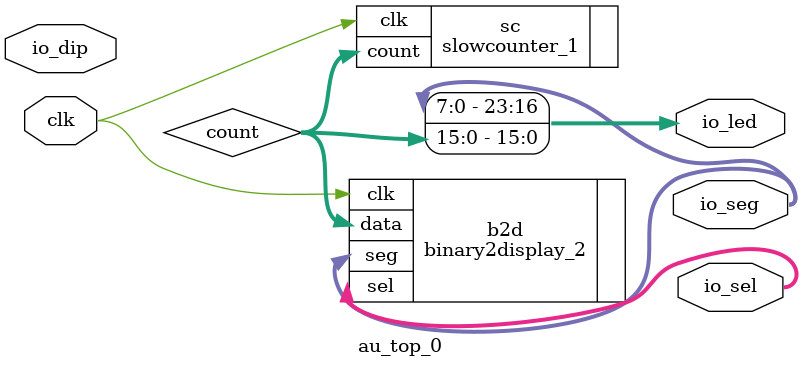
<source format=v>
module au_top_0(
  input clk,              // 100 MHz onboard clock
  input [23:0] io_dip,    // 24 DIP switches
  output [23:0] io_led,   // 24 LEDs
  output [3:0] io_sel,    // digit selector, active LOW
  output [7:0] io_seg);   // segment drivers, active LOW
                          // 0->6 = segments A->G
                          // 7    = radix point (DP)

  wire [15:0] count;   // slow counter
  
  assign io_led[15:0]=count;   // Also display on the LEDs    
  
  assign io_led[23:16]=io_seg; // Have the segment drivers drive the high bits
    

// Slow counter routine, from last lab     
  slowcounter_1 #(.WIDTH(16)) sc (.clk(clk),.count(count));  
// Binary 2 display module, which they write for this lab
  binary2display_2 b2d 
     (.clk(clk),.data(count[15:0]),.sel(io_sel),.seg(io_seg));

     
endmodule
</source>
